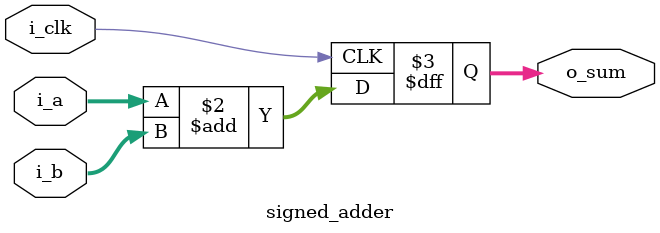
<source format=v>
/*
******************************************************************************
* @file    : signed_adder.v
* @project : DSP Building Blocks
* @brief   : A simple adder for signed integers
* @creator : S. R. Zinka (srinivas . zinka [at] gmail . com)
* @notes   : just ensure -2^(AWIDTH-1) <= i_a <= 2^(AWIDTH-1) -1, etc. 
             Bit growth is taken care.
******************************************************************************
* This program is hereby granted to the public domain.
* This program is distributed in the hope that it will be useful, but WITHOUT
* ANY WARRANTY; without even the implied warranty of MERCHANTIBILITY or
* FITNESS FOR A PARTICULAR PURPOSE.
******************************************************************************
*/

`timescale 1ns/1ns
`default_nettype none

module signed_adder #(
           parameter AWIDTH=16,
           parameter BWIDTH=16
       )
       (
           input  wire  i_clk,
           input  wire  signed  [AWIDTH-1:0] i_a,
           input  wire  signed  [BWIDTH-1:0] i_b,
           output reg   [OUTWID-1:0]   o_sum
       );

/*
***************************************************************************
* main code
***************************************************************************
*/

// deciding output width
localparam	OUTWID = (AWIDTH > BWIDTH) ? (AWIDTH + 1) : (BWIDTH+1);

/* verilator lint_off WIDTH */
always @(posedge i_clk) begin
    o_sum <= i_a + i_b;
end
/* verilator lint_on WIDTH */

/*
***************************************************************************
* Requirements
***************************************************************************
*/

// 1) cover 10-15 = -5
// 2) if a<0 && b>0, sum<b
// 3) if a>0 && b>0, sum>a && sum>b
// 4) if a<0 && b<0, sum<a && sum<b

/*
***************************************************************************
* formal verification code 
* (only formal verification here other tests in COCOTB module)
***************************************************************************
*/

`ifdef  FORMAL

// selecting from a set of tests
localparam [2:0]	FORMAL_TEST = 3'b001;

generate

    if (FORMAL_TEST == 3'b000) // simple alternative to testbench
    begin
        always @(posedge i_clk)
        begin
            assume((i_a == 10) && (i_b == -4'd15));
            cover(o_sum == -4'd5);
        end
    end

    else if (FORMAL_TEST == 3'b001) // asserting "if a<0 && b>0, sum<b"
    begin
        always @(posedge i_clk)
        begin
            assume((i_a[AWIDTH-1]==1) && (i_b[BWIDTH-1]==0));
            // TODO
        end
    end

    else if (FORMAL_TEST == 3'b002) // asserting "if a>0 && b>0, sum>a && sum>b"
    begin
        always @(posedge i_clk)
        begin
            assume((i_a[AWIDTH-1]==0) && (i_b[BWIDTH-1]==0));
            // TODO
        end
    end

    else if (FORMAL_TEST == 3'b003) // asserting "if a<0 && b<0, sum<a && sum<b"
    begin
        always @(posedge i_clk)
        begin
            assume((i_a[AWIDTH-1]==1) && (i_b[BWIDTH-1]==1));
            // TODO
        end
    end

endgenerate

`endif  // FORMAL    

endmodule

</source>
